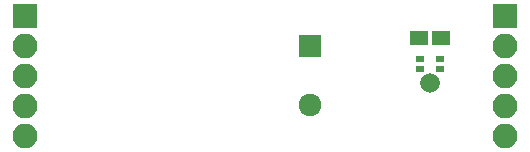
<source format=gbr>
%TF.GenerationSoftware,KiCad,Pcbnew,4.0.7*%
%TF.CreationDate,2017-10-08T11:45:17+09:00*%
%TF.ProjectId,TestBoard1,54657374426F617264312E6B69636164,rev?*%
%TF.FileFunction,Soldermask,Bot*%
%FSLAX46Y46*%
G04 Gerber Fmt 4.6, Leading zero omitted, Abs format (unit mm)*
G04 Created by KiCad (PCBNEW 4.0.7) date 10/08/17 11:45:17*
%MOMM*%
%LPD*%
G01*
G04 APERTURE LIST*
%ADD10C,0.100000*%
%ADD11R,1.600000X1.150000*%
%ADD12R,2.100000X2.100000*%
%ADD13O,2.100000X2.100000*%
%ADD14C,1.670000*%
%ADD15R,0.720000X0.520000*%
%ADD16R,1.924000X1.924000*%
%ADD17C,1.924000*%
G04 APERTURE END LIST*
D10*
D11*
X36940000Y-9805000D03*
X38840000Y-9805000D03*
D12*
X3600000Y-7900000D03*
D13*
X3600000Y-10440000D03*
X3600000Y-12980000D03*
X3600000Y-15520000D03*
X3600000Y-18060000D03*
D12*
X44240000Y-7900000D03*
D13*
X44240000Y-10440000D03*
X44240000Y-12980000D03*
X44240000Y-15520000D03*
X44240000Y-18060000D03*
D14*
X37890000Y-13615000D03*
D15*
X38727500Y-11541000D03*
X38727500Y-12363000D03*
X37052500Y-11541000D03*
X37052500Y-12363000D03*
D16*
X27730000Y-10480000D03*
D17*
X27730000Y-15480000D03*
M02*

</source>
